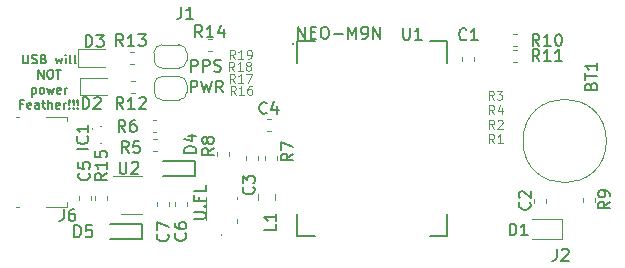
<source format=gbr>
G04 #@! TF.GenerationSoftware,KiCad,Pcbnew,(5.1.4)-1*
G04 #@! TF.CreationDate,2020-01-31T22:29:49-05:00*
G04 #@! TF.ProjectId,Feather-NEO-M9N-GPS,46656174-6865-4722-9d4e-454f2d4d394e,rev?*
G04 #@! TF.SameCoordinates,Original*
G04 #@! TF.FileFunction,Legend,Top*
G04 #@! TF.FilePolarity,Positive*
%FSLAX46Y46*%
G04 Gerber Fmt 4.6, Leading zero omitted, Abs format (unit mm)*
G04 Created by KiCad (PCBNEW (5.1.4)-1) date 2020-01-31 22:29:49*
%MOMM*%
%LPD*%
G04 APERTURE LIST*
%ADD10C,0.150000*%
%ADD11C,0.120000*%
%ADD12C,0.050000*%
%ADD13C,0.100000*%
%ADD14C,0.177800*%
%ADD15C,0.141418*%
G04 APERTURE END LIST*
D10*
X143569844Y-80685900D02*
X143569844Y-79685900D01*
X143950797Y-79685900D01*
X144046035Y-79733520D01*
X144093654Y-79781139D01*
X144141273Y-79876377D01*
X144141273Y-80019234D01*
X144093654Y-80114472D01*
X144046035Y-80162091D01*
X143950797Y-80209710D01*
X143569844Y-80209710D01*
X144569844Y-80685900D02*
X144569844Y-79685900D01*
X144950797Y-79685900D01*
X145046035Y-79733520D01*
X145093654Y-79781139D01*
X145141273Y-79876377D01*
X145141273Y-80019234D01*
X145093654Y-80114472D01*
X145046035Y-80162091D01*
X144950797Y-80209710D01*
X144569844Y-80209710D01*
X145522225Y-80638281D02*
X145665082Y-80685900D01*
X145903178Y-80685900D01*
X145998416Y-80638281D01*
X146046035Y-80590662D01*
X146093654Y-80495424D01*
X146093654Y-80400186D01*
X146046035Y-80304948D01*
X145998416Y-80257329D01*
X145903178Y-80209710D01*
X145712701Y-80162091D01*
X145617463Y-80114472D01*
X145569844Y-80066853D01*
X145522225Y-79971615D01*
X145522225Y-79876377D01*
X145569844Y-79781139D01*
X145617463Y-79733520D01*
X145712701Y-79685900D01*
X145950797Y-79685900D01*
X146093654Y-79733520D01*
X143535566Y-82443580D02*
X143535566Y-81443580D01*
X143916519Y-81443580D01*
X144011757Y-81491200D01*
X144059376Y-81538819D01*
X144106995Y-81634057D01*
X144106995Y-81776914D01*
X144059376Y-81872152D01*
X144011757Y-81919771D01*
X143916519Y-81967390D01*
X143535566Y-81967390D01*
X144440328Y-81443580D02*
X144678423Y-82443580D01*
X144868900Y-81729295D01*
X145059376Y-82443580D01*
X145297471Y-81443580D01*
X146249852Y-82443580D02*
X145916519Y-81967390D01*
X145678423Y-82443580D02*
X145678423Y-81443580D01*
X146059376Y-81443580D01*
X146154614Y-81491200D01*
X146202233Y-81538819D01*
X146249852Y-81634057D01*
X146249852Y-81776914D01*
X146202233Y-81872152D01*
X146154614Y-81919771D01*
X146059376Y-81967390D01*
X145678423Y-81967390D01*
X129337471Y-79248885D02*
X129337471Y-79856028D01*
X129373185Y-79927457D01*
X129408900Y-79963171D01*
X129480328Y-79998885D01*
X129623185Y-79998885D01*
X129694614Y-79963171D01*
X129730328Y-79927457D01*
X129766042Y-79856028D01*
X129766042Y-79248885D01*
X130087471Y-79963171D02*
X130194614Y-79998885D01*
X130373185Y-79998885D01*
X130444614Y-79963171D01*
X130480328Y-79927457D01*
X130516042Y-79856028D01*
X130516042Y-79784600D01*
X130480328Y-79713171D01*
X130444614Y-79677457D01*
X130373185Y-79641742D01*
X130230328Y-79606028D01*
X130158900Y-79570314D01*
X130123185Y-79534600D01*
X130087471Y-79463171D01*
X130087471Y-79391742D01*
X130123185Y-79320314D01*
X130158900Y-79284600D01*
X130230328Y-79248885D01*
X130408900Y-79248885D01*
X130516042Y-79284600D01*
X131087471Y-79606028D02*
X131194614Y-79641742D01*
X131230328Y-79677457D01*
X131266042Y-79748885D01*
X131266042Y-79856028D01*
X131230328Y-79927457D01*
X131194614Y-79963171D01*
X131123185Y-79998885D01*
X130837471Y-79998885D01*
X130837471Y-79248885D01*
X131087471Y-79248885D01*
X131158900Y-79284600D01*
X131194614Y-79320314D01*
X131230328Y-79391742D01*
X131230328Y-79463171D01*
X131194614Y-79534600D01*
X131158900Y-79570314D01*
X131087471Y-79606028D01*
X130837471Y-79606028D01*
X132087471Y-79498885D02*
X132230328Y-79998885D01*
X132373185Y-79641742D01*
X132516042Y-79998885D01*
X132658900Y-79498885D01*
X132944614Y-79998885D02*
X132944614Y-79498885D01*
X132944614Y-79248885D02*
X132908900Y-79284600D01*
X132944614Y-79320314D01*
X132980328Y-79284600D01*
X132944614Y-79248885D01*
X132944614Y-79320314D01*
X133408900Y-79998885D02*
X133337471Y-79963171D01*
X133301757Y-79891742D01*
X133301757Y-79248885D01*
X133801757Y-79998885D02*
X133730328Y-79963171D01*
X133694614Y-79891742D01*
X133694614Y-79248885D01*
X130641042Y-81273885D02*
X130641042Y-80523885D01*
X131069614Y-81273885D01*
X131069614Y-80523885D01*
X131569614Y-80523885D02*
X131712471Y-80523885D01*
X131783900Y-80559600D01*
X131855328Y-80631028D01*
X131891042Y-80773885D01*
X131891042Y-81023885D01*
X131855328Y-81166742D01*
X131783900Y-81238171D01*
X131712471Y-81273885D01*
X131569614Y-81273885D01*
X131498185Y-81238171D01*
X131426757Y-81166742D01*
X131391042Y-81023885D01*
X131391042Y-80773885D01*
X131426757Y-80631028D01*
X131498185Y-80559600D01*
X131569614Y-80523885D01*
X132105328Y-80523885D02*
X132533900Y-80523885D01*
X132319614Y-81273885D02*
X132319614Y-80523885D01*
X130087471Y-82048885D02*
X130087471Y-82798885D01*
X130087471Y-82084600D02*
X130158900Y-82048885D01*
X130301757Y-82048885D01*
X130373185Y-82084600D01*
X130408900Y-82120314D01*
X130444614Y-82191742D01*
X130444614Y-82406028D01*
X130408900Y-82477457D01*
X130373185Y-82513171D01*
X130301757Y-82548885D01*
X130158900Y-82548885D01*
X130087471Y-82513171D01*
X130873185Y-82548885D02*
X130801757Y-82513171D01*
X130766042Y-82477457D01*
X130730328Y-82406028D01*
X130730328Y-82191742D01*
X130766042Y-82120314D01*
X130801757Y-82084600D01*
X130873185Y-82048885D01*
X130980328Y-82048885D01*
X131051757Y-82084600D01*
X131087471Y-82120314D01*
X131123185Y-82191742D01*
X131123185Y-82406028D01*
X131087471Y-82477457D01*
X131051757Y-82513171D01*
X130980328Y-82548885D01*
X130873185Y-82548885D01*
X131373185Y-82048885D02*
X131516042Y-82548885D01*
X131658900Y-82191742D01*
X131801757Y-82548885D01*
X131944614Y-82048885D01*
X132516042Y-82513171D02*
X132444614Y-82548885D01*
X132301757Y-82548885D01*
X132230328Y-82513171D01*
X132194614Y-82441742D01*
X132194614Y-82156028D01*
X132230328Y-82084600D01*
X132301757Y-82048885D01*
X132444614Y-82048885D01*
X132516042Y-82084600D01*
X132551757Y-82156028D01*
X132551757Y-82227457D01*
X132194614Y-82298885D01*
X132873185Y-82548885D02*
X132873185Y-82048885D01*
X132873185Y-82191742D02*
X132908900Y-82120314D01*
X132944614Y-82084600D01*
X133016042Y-82048885D01*
X133087471Y-82048885D01*
X129337471Y-83431028D02*
X129087471Y-83431028D01*
X129087471Y-83823885D02*
X129087471Y-83073885D01*
X129444614Y-83073885D01*
X130016042Y-83788171D02*
X129944614Y-83823885D01*
X129801757Y-83823885D01*
X129730328Y-83788171D01*
X129694614Y-83716742D01*
X129694614Y-83431028D01*
X129730328Y-83359600D01*
X129801757Y-83323885D01*
X129944614Y-83323885D01*
X130016042Y-83359600D01*
X130051757Y-83431028D01*
X130051757Y-83502457D01*
X129694614Y-83573885D01*
X130694614Y-83823885D02*
X130694614Y-83431028D01*
X130658900Y-83359600D01*
X130587471Y-83323885D01*
X130444614Y-83323885D01*
X130373185Y-83359600D01*
X130694614Y-83788171D02*
X130623185Y-83823885D01*
X130444614Y-83823885D01*
X130373185Y-83788171D01*
X130337471Y-83716742D01*
X130337471Y-83645314D01*
X130373185Y-83573885D01*
X130444614Y-83538171D01*
X130623185Y-83538171D01*
X130694614Y-83502457D01*
X130944614Y-83323885D02*
X131230328Y-83323885D01*
X131051757Y-83073885D02*
X131051757Y-83716742D01*
X131087471Y-83788171D01*
X131158900Y-83823885D01*
X131230328Y-83823885D01*
X131480328Y-83823885D02*
X131480328Y-83073885D01*
X131801757Y-83823885D02*
X131801757Y-83431028D01*
X131766042Y-83359600D01*
X131694614Y-83323885D01*
X131587471Y-83323885D01*
X131516042Y-83359600D01*
X131480328Y-83395314D01*
X132444614Y-83788171D02*
X132373185Y-83823885D01*
X132230328Y-83823885D01*
X132158900Y-83788171D01*
X132123185Y-83716742D01*
X132123185Y-83431028D01*
X132158900Y-83359600D01*
X132230328Y-83323885D01*
X132373185Y-83323885D01*
X132444614Y-83359600D01*
X132480328Y-83431028D01*
X132480328Y-83502457D01*
X132123185Y-83573885D01*
X132801757Y-83823885D02*
X132801757Y-83323885D01*
X132801757Y-83466742D02*
X132837471Y-83395314D01*
X132873185Y-83359600D01*
X132944614Y-83323885D01*
X133016042Y-83323885D01*
X133266042Y-83752457D02*
X133301757Y-83788171D01*
X133266042Y-83823885D01*
X133230328Y-83788171D01*
X133266042Y-83752457D01*
X133266042Y-83823885D01*
X133266042Y-83538171D02*
X133230328Y-83109600D01*
X133266042Y-83073885D01*
X133301757Y-83109600D01*
X133266042Y-83538171D01*
X133266042Y-83073885D01*
X133623185Y-83752457D02*
X133658900Y-83788171D01*
X133623185Y-83823885D01*
X133587471Y-83788171D01*
X133623185Y-83752457D01*
X133623185Y-83823885D01*
X133623185Y-83538171D02*
X133587471Y-83109600D01*
X133623185Y-83073885D01*
X133658900Y-83109600D01*
X133623185Y-83538171D01*
X133623185Y-83073885D01*
X133980328Y-83752457D02*
X134016042Y-83788171D01*
X133980328Y-83823885D01*
X133944614Y-83788171D01*
X133980328Y-83752457D01*
X133980328Y-83823885D01*
X133980328Y-83538171D02*
X133944614Y-83109600D01*
X133980328Y-83073885D01*
X134016042Y-83109600D01*
X133980328Y-83538171D01*
X133980328Y-83073885D01*
D11*
X145036321Y-78945200D02*
X145361879Y-78945200D01*
X145036321Y-77925200D02*
X145361879Y-77925200D01*
D12*
X135215400Y-85529800D02*
G75*
G02X135165400Y-85529800I-25000J0D01*
G01*
X135165400Y-85529800D02*
G75*
G02X135215400Y-85529800I25000J0D01*
G01*
D13*
X135915400Y-86754800D02*
X135965400Y-86754800D01*
X135915400Y-85304800D02*
X135965400Y-85304800D01*
X135865400Y-86754800D02*
X135915400Y-86754800D01*
X135865400Y-85304800D02*
X135915400Y-85304800D01*
D12*
X135165400Y-85529800D02*
X135165400Y-85529800D01*
X135215400Y-85529800D02*
X135215400Y-85529800D01*
D10*
X139391800Y-93558600D02*
X136716800Y-93558600D01*
X139391800Y-94858600D02*
X136716800Y-94858600D01*
X139391800Y-94858600D02*
X139391800Y-93558600D01*
X143900300Y-88237300D02*
X141225300Y-88237300D01*
X143900300Y-89537300D02*
X141225300Y-89537300D01*
X143900300Y-89537300D02*
X143900300Y-88237300D01*
D13*
X146138900Y-94452800D02*
G75*
G03X146138900Y-94552800I0J-50000D01*
G01*
X146138900Y-94552800D02*
G75*
G03X146138900Y-94452800I0J50000D01*
G01*
X146138900Y-94552800D02*
X146138900Y-94552800D01*
X146138900Y-94452800D02*
X146138900Y-94452800D01*
X147438900Y-91502800D02*
X147438900Y-91300800D01*
X147438900Y-93195800D02*
X147438900Y-93502800D01*
X144838900Y-93252800D02*
X144838900Y-91300800D01*
D14*
X165252400Y-94597300D02*
X163782400Y-94597300D01*
X165252400Y-92747300D02*
X165252400Y-94597300D01*
X165252400Y-78097300D02*
X165252400Y-79947300D01*
X163782400Y-78097300D02*
X165252400Y-78097300D01*
X152552400Y-78097300D02*
X154022400Y-78097300D01*
X152552400Y-79947300D02*
X152552400Y-78097300D01*
X152552400Y-94597300D02*
X152552400Y-92747300D01*
X154022400Y-94597300D02*
X152552400Y-94597300D01*
D15*
X152273109Y-78347300D02*
G75*
G03X152273109Y-78347300I-70709J0D01*
G01*
D11*
X141708600Y-92072679D02*
X141708600Y-91747121D01*
X140688600Y-92072679D02*
X140688600Y-91747121D01*
X143245300Y-92072679D02*
X143245300Y-91747121D01*
X142225300Y-92072679D02*
X142225300Y-91747121D01*
X135053800Y-91551979D02*
X135053800Y-91226421D01*
X134033800Y-91551979D02*
X134033800Y-91226421D01*
X139406200Y-89563300D02*
X136956200Y-89563300D01*
X137606200Y-92783300D02*
X139406200Y-92783300D01*
X135443500Y-91201021D02*
X135443500Y-91526579D01*
X136463500Y-91201021D02*
X136463500Y-91526579D01*
X128707840Y-84510880D02*
X128967840Y-84510880D01*
X131247840Y-84510880D02*
X133017840Y-84510880D01*
X133017840Y-84510880D02*
X133017840Y-84890880D01*
X133017840Y-92130880D02*
X131247840Y-92130880D01*
X128967840Y-92130880D02*
X128707840Y-92130880D01*
X133017840Y-92130880D02*
X133017840Y-91750880D01*
X138394221Y-80050100D02*
X138719779Y-80050100D01*
X138394221Y-79030100D02*
X138719779Y-79030100D01*
X138457721Y-82475800D02*
X138783279Y-82475800D01*
X138457721Y-81455800D02*
X138783279Y-81455800D01*
X171140339Y-78847220D02*
X170814781Y-78847220D01*
X171140339Y-79867220D02*
X170814781Y-79867220D01*
X171140339Y-77480700D02*
X170814781Y-77480700D01*
X171140339Y-78500700D02*
X170814781Y-78500700D01*
X176741360Y-91422001D02*
X176741360Y-91747559D01*
X177761360Y-91422001D02*
X177761360Y-91747559D01*
X146788600Y-87843579D02*
X146788600Y-87518021D01*
X145768600Y-87843579D02*
X145768600Y-87518021D01*
X149819900Y-87873621D02*
X149819900Y-88199179D01*
X150839900Y-87873621D02*
X150839900Y-88199179D01*
X140627319Y-84813680D02*
X140301761Y-84813680D01*
X140627319Y-85833680D02*
X140301761Y-85833680D01*
X140650179Y-86370700D02*
X140324621Y-86370700D01*
X140650179Y-87390700D02*
X140324621Y-87390700D01*
X149971541Y-85752400D02*
X150297099Y-85752400D01*
X149971541Y-84732400D02*
X150297099Y-84732400D01*
X148219700Y-87822821D02*
X148219700Y-88148379D01*
X149239700Y-87822821D02*
X149239700Y-88148379D01*
X172626560Y-91447401D02*
X172626560Y-91772959D01*
X173646560Y-91447401D02*
X173646560Y-91772959D01*
X166469600Y-79453521D02*
X166469600Y-79779079D01*
X167489600Y-79453521D02*
X167489600Y-79779079D01*
X142508200Y-80400400D02*
X141108200Y-80400400D01*
X140408200Y-79700400D02*
X140408200Y-79100400D01*
X141108200Y-78400400D02*
X142508200Y-78400400D01*
X143208200Y-79100400D02*
X143208200Y-79700400D01*
X143208200Y-79700400D02*
G75*
G02X142508200Y-80400400I-700000J0D01*
G01*
X142508200Y-78400400D02*
G75*
G02X143208200Y-79100400I0J-700000D01*
G01*
X140408200Y-79100400D02*
G75*
G02X141108200Y-78400400I700000J0D01*
G01*
X141108200Y-80400400D02*
G75*
G02X140408200Y-79700400I0J700000D01*
G01*
X142520900Y-83092800D02*
X141120900Y-83092800D01*
X140420900Y-82392800D02*
X140420900Y-81792800D01*
X141120900Y-81092800D02*
X142520900Y-81092800D01*
X143220900Y-81792800D02*
X143220900Y-82392800D01*
X143220900Y-82392800D02*
G75*
G02X142520900Y-83092800I-700000J0D01*
G01*
X142520900Y-81092800D02*
G75*
G02X143220900Y-81792800I0J-700000D01*
G01*
X140420900Y-81792800D02*
G75*
G02X141120900Y-81092800I700000J0D01*
G01*
X141120900Y-83092800D02*
G75*
G02X140420900Y-82392800I0J700000D01*
G01*
X133983360Y-80259860D02*
X136268360Y-80259860D01*
X133983360Y-78789860D02*
X133983360Y-80259860D01*
X136268360Y-78789860D02*
X133983360Y-78789860D01*
X134117980Y-82700800D02*
X136402980Y-82700800D01*
X134117980Y-81230800D02*
X134117980Y-82700800D01*
X136402980Y-81230800D02*
X134117980Y-81230800D01*
X174941360Y-94873180D02*
X172391360Y-94873180D01*
X174941360Y-93173180D02*
X172391360Y-93173180D01*
X174941360Y-94873180D02*
X174941360Y-93173180D01*
X178723960Y-86559380D02*
G75*
G03X178723960Y-86559380I-3530000J0D01*
G01*
X150684300Y-91558878D02*
X150684300Y-91041722D01*
X149264300Y-91558878D02*
X149264300Y-91041722D01*
D10*
X144502902Y-77777600D02*
X144169569Y-77301410D01*
X143931474Y-77777600D02*
X143931474Y-76777600D01*
X144312426Y-76777600D01*
X144407664Y-76825220D01*
X144455283Y-76872839D01*
X144502902Y-76968077D01*
X144502902Y-77110934D01*
X144455283Y-77206172D01*
X144407664Y-77253791D01*
X144312426Y-77301410D01*
X143931474Y-77301410D01*
X145455283Y-77777600D02*
X144883855Y-77777600D01*
X145169569Y-77777600D02*
X145169569Y-76777600D01*
X145074331Y-76920458D01*
X144979093Y-77015696D01*
X144883855Y-77063315D01*
X146312426Y-77110934D02*
X146312426Y-77777600D01*
X146074331Y-76729981D02*
X145836236Y-77444267D01*
X146455283Y-77444267D01*
X134869180Y-87221890D02*
X133869180Y-87221890D01*
X134773942Y-86174271D02*
X134821561Y-86221890D01*
X134869180Y-86364747D01*
X134869180Y-86459985D01*
X134821561Y-86602842D01*
X134726323Y-86698080D01*
X134631085Y-86745700D01*
X134440609Y-86793319D01*
X134297752Y-86793319D01*
X134107276Y-86745700D01*
X134012038Y-86698080D01*
X133916800Y-86602842D01*
X133869180Y-86459985D01*
X133869180Y-86364747D01*
X133916800Y-86221890D01*
X133964419Y-86174271D01*
X134869180Y-85221890D02*
X134869180Y-85793319D01*
X134869180Y-85507604D02*
X133869180Y-85507604D01*
X134012038Y-85602842D01*
X134107276Y-85698080D01*
X134154895Y-85793319D01*
X142744866Y-75195180D02*
X142744866Y-75909466D01*
X142697247Y-76052323D01*
X142602009Y-76147561D01*
X142459152Y-76195180D01*
X142363914Y-76195180D01*
X143744866Y-76195180D02*
X143173438Y-76195180D01*
X143459152Y-76195180D02*
X143459152Y-75195180D01*
X143363914Y-75338038D01*
X143268676Y-75433276D01*
X143173438Y-75480895D01*
X174525346Y-95698060D02*
X174525346Y-96412346D01*
X174477727Y-96555203D01*
X174382489Y-96650441D01*
X174239632Y-96698060D01*
X174144394Y-96698060D01*
X174953918Y-95793299D02*
X175001537Y-95745680D01*
X175096775Y-95698060D01*
X175334870Y-95698060D01*
X175430108Y-95745680D01*
X175477727Y-95793299D01*
X175525346Y-95888537D01*
X175525346Y-95983775D01*
X175477727Y-96126632D01*
X174906299Y-96698060D01*
X175525346Y-96698060D01*
D11*
X147279817Y-79599985D02*
X147029817Y-79242842D01*
X146851245Y-79599985D02*
X146851245Y-78849985D01*
X147136960Y-78849985D01*
X147208388Y-78885700D01*
X147244102Y-78921414D01*
X147279817Y-78992842D01*
X147279817Y-79099985D01*
X147244102Y-79171414D01*
X147208388Y-79207128D01*
X147136960Y-79242842D01*
X146851245Y-79242842D01*
X147994102Y-79599985D02*
X147565531Y-79599985D01*
X147779817Y-79599985D02*
X147779817Y-78849985D01*
X147708388Y-78957128D01*
X147636960Y-79028557D01*
X147565531Y-79064271D01*
X148351245Y-79599985D02*
X148494102Y-79599985D01*
X148565531Y-79564271D01*
X148601245Y-79528557D01*
X148672674Y-79421414D01*
X148708388Y-79278557D01*
X148708388Y-78992842D01*
X148672674Y-78921414D01*
X148636960Y-78885700D01*
X148565531Y-78849985D01*
X148422674Y-78849985D01*
X148351245Y-78885700D01*
X148315531Y-78921414D01*
X148279817Y-78992842D01*
X148279817Y-79171414D01*
X148315531Y-79242842D01*
X148351245Y-79278557D01*
X148422674Y-79314271D01*
X148565531Y-79314271D01*
X148636960Y-79278557D01*
X148672674Y-79242842D01*
X148708388Y-79171414D01*
X169229500Y-85522417D02*
X168979500Y-85165274D01*
X168800928Y-85522417D02*
X168800928Y-84772417D01*
X169086642Y-84772417D01*
X169158071Y-84808132D01*
X169193785Y-84843846D01*
X169229500Y-84915274D01*
X169229500Y-85022417D01*
X169193785Y-85093846D01*
X169158071Y-85129560D01*
X169086642Y-85165274D01*
X168800928Y-85165274D01*
X169515214Y-84843846D02*
X169550928Y-84808132D01*
X169622357Y-84772417D01*
X169800928Y-84772417D01*
X169872357Y-84808132D01*
X169908071Y-84843846D01*
X169943785Y-84915274D01*
X169943785Y-84986703D01*
X169908071Y-85093846D01*
X169479500Y-85522417D01*
X169943785Y-85522417D01*
X169229500Y-86750085D02*
X168979500Y-86392942D01*
X168800928Y-86750085D02*
X168800928Y-86000085D01*
X169086642Y-86000085D01*
X169158071Y-86035800D01*
X169193785Y-86071514D01*
X169229500Y-86142942D01*
X169229500Y-86250085D01*
X169193785Y-86321514D01*
X169158071Y-86357228D01*
X169086642Y-86392942D01*
X168800928Y-86392942D01*
X169943785Y-86750085D02*
X169515214Y-86750085D01*
X169729500Y-86750085D02*
X169729500Y-86000085D01*
X169658071Y-86107228D01*
X169586642Y-86178657D01*
X169515214Y-86214371D01*
D10*
X133678704Y-94699080D02*
X133678704Y-93699080D01*
X133916800Y-93699080D01*
X134059657Y-93746700D01*
X134154895Y-93841938D01*
X134202514Y-93937176D01*
X134250133Y-94127652D01*
X134250133Y-94270509D01*
X134202514Y-94460985D01*
X134154895Y-94556223D01*
X134059657Y-94651461D01*
X133916800Y-94699080D01*
X133678704Y-94699080D01*
X135154895Y-93699080D02*
X134678704Y-93699080D01*
X134631085Y-94175271D01*
X134678704Y-94127652D01*
X134773942Y-94080033D01*
X135012038Y-94080033D01*
X135107276Y-94127652D01*
X135154895Y-94175271D01*
X135202514Y-94270509D01*
X135202514Y-94508604D01*
X135154895Y-94603842D01*
X135107276Y-94651461D01*
X135012038Y-94699080D01*
X134773942Y-94699080D01*
X134678704Y-94651461D01*
X134631085Y-94603842D01*
X143987780Y-87555295D02*
X142987780Y-87555295D01*
X142987780Y-87317200D01*
X143035400Y-87174342D01*
X143130638Y-87079104D01*
X143225876Y-87031485D01*
X143416352Y-86983866D01*
X143559209Y-86983866D01*
X143749685Y-87031485D01*
X143844923Y-87079104D01*
X143940161Y-87174342D01*
X143987780Y-87317200D01*
X143987780Y-87555295D01*
X143321114Y-86126723D02*
X143987780Y-86126723D01*
X142940161Y-86364819D02*
X143654447Y-86602914D01*
X143654447Y-85983866D01*
X143787880Y-93140042D02*
X144597404Y-93140042D01*
X144692642Y-93092423D01*
X144740261Y-93044804D01*
X144787880Y-92949566D01*
X144787880Y-92759090D01*
X144740261Y-92663852D01*
X144692642Y-92616233D01*
X144597404Y-92568614D01*
X143787880Y-92568614D01*
X144692642Y-92092423D02*
X144740261Y-92044804D01*
X144787880Y-92092423D01*
X144740261Y-92140042D01*
X144692642Y-92092423D01*
X144787880Y-92092423D01*
X144264071Y-91282900D02*
X144264071Y-91616233D01*
X144787880Y-91616233D02*
X143787880Y-91616233D01*
X143787880Y-91140042D01*
X144787880Y-90282900D02*
X144787880Y-90759090D01*
X143787880Y-90759090D01*
D11*
X147216317Y-80615985D02*
X146966317Y-80258842D01*
X146787745Y-80615985D02*
X146787745Y-79865985D01*
X147073460Y-79865985D01*
X147144888Y-79901700D01*
X147180602Y-79937414D01*
X147216317Y-80008842D01*
X147216317Y-80115985D01*
X147180602Y-80187414D01*
X147144888Y-80223128D01*
X147073460Y-80258842D01*
X146787745Y-80258842D01*
X147930602Y-80615985D02*
X147502031Y-80615985D01*
X147716317Y-80615985D02*
X147716317Y-79865985D01*
X147644888Y-79973128D01*
X147573460Y-80044557D01*
X147502031Y-80080271D01*
X148359174Y-80187414D02*
X148287745Y-80151700D01*
X148252031Y-80115985D01*
X148216317Y-80044557D01*
X148216317Y-80008842D01*
X148252031Y-79937414D01*
X148287745Y-79901700D01*
X148359174Y-79865985D01*
X148502031Y-79865985D01*
X148573460Y-79901700D01*
X148609174Y-79937414D01*
X148644888Y-80008842D01*
X148644888Y-80044557D01*
X148609174Y-80115985D01*
X148573460Y-80151700D01*
X148502031Y-80187414D01*
X148359174Y-80187414D01*
X148287745Y-80223128D01*
X148252031Y-80258842D01*
X148216317Y-80330271D01*
X148216317Y-80473128D01*
X148252031Y-80544557D01*
X148287745Y-80580271D01*
X148359174Y-80615985D01*
X148502031Y-80615985D01*
X148573460Y-80580271D01*
X148609174Y-80544557D01*
X148644888Y-80473128D01*
X148644888Y-80330271D01*
X148609174Y-80258842D01*
X148573460Y-80223128D01*
X148502031Y-80187414D01*
X147254417Y-81635885D02*
X147004417Y-81278742D01*
X146825845Y-81635885D02*
X146825845Y-80885885D01*
X147111560Y-80885885D01*
X147182988Y-80921600D01*
X147218702Y-80957314D01*
X147254417Y-81028742D01*
X147254417Y-81135885D01*
X147218702Y-81207314D01*
X147182988Y-81243028D01*
X147111560Y-81278742D01*
X146825845Y-81278742D01*
X147968702Y-81635885D02*
X147540131Y-81635885D01*
X147754417Y-81635885D02*
X147754417Y-80885885D01*
X147682988Y-80993028D01*
X147611560Y-81064457D01*
X147540131Y-81100171D01*
X148218702Y-80885885D02*
X148718702Y-80885885D01*
X148397274Y-81635885D01*
X147330617Y-82647985D02*
X147080617Y-82290842D01*
X146902045Y-82647985D02*
X146902045Y-81897985D01*
X147187760Y-81897985D01*
X147259188Y-81933700D01*
X147294902Y-81969414D01*
X147330617Y-82040842D01*
X147330617Y-82147985D01*
X147294902Y-82219414D01*
X147259188Y-82255128D01*
X147187760Y-82290842D01*
X146902045Y-82290842D01*
X148044902Y-82647985D02*
X147616331Y-82647985D01*
X147830617Y-82647985D02*
X147830617Y-81897985D01*
X147759188Y-82005128D01*
X147687760Y-82076557D01*
X147616331Y-82112271D01*
X148687760Y-81897985D02*
X148544902Y-81897985D01*
X148473474Y-81933700D01*
X148437760Y-81969414D01*
X148366331Y-82076557D01*
X148330617Y-82219414D01*
X148330617Y-82505128D01*
X148366331Y-82576557D01*
X148402045Y-82612271D01*
X148473474Y-82647985D01*
X148616331Y-82647985D01*
X148687760Y-82612271D01*
X148723474Y-82576557D01*
X148759188Y-82505128D01*
X148759188Y-82326557D01*
X148723474Y-82255128D01*
X148687760Y-82219414D01*
X148616331Y-82183700D01*
X148473474Y-82183700D01*
X148402045Y-82219414D01*
X148366331Y-82255128D01*
X148330617Y-82326557D01*
X169229500Y-84294751D02*
X168979500Y-83937608D01*
X168800928Y-84294751D02*
X168800928Y-83544751D01*
X169086642Y-83544751D01*
X169158071Y-83580466D01*
X169193785Y-83616180D01*
X169229500Y-83687608D01*
X169229500Y-83794751D01*
X169193785Y-83866180D01*
X169158071Y-83901894D01*
X169086642Y-83937608D01*
X168800928Y-83937608D01*
X169872357Y-83794751D02*
X169872357Y-84294751D01*
X169693785Y-83509037D02*
X169515214Y-84044751D01*
X169979500Y-84044751D01*
X169178700Y-83067085D02*
X168928700Y-82709942D01*
X168750128Y-83067085D02*
X168750128Y-82317085D01*
X169035842Y-82317085D01*
X169107271Y-82352800D01*
X169142985Y-82388514D01*
X169178700Y-82459942D01*
X169178700Y-82567085D01*
X169142985Y-82638514D01*
X169107271Y-82674228D01*
X169035842Y-82709942D01*
X168750128Y-82709942D01*
X169428700Y-82317085D02*
X169892985Y-82317085D01*
X169642985Y-82602800D01*
X169750128Y-82602800D01*
X169821557Y-82638514D01*
X169857271Y-82674228D01*
X169892985Y-82745657D01*
X169892985Y-82924228D01*
X169857271Y-82995657D01*
X169821557Y-83031371D01*
X169750128Y-83067085D01*
X169535842Y-83067085D01*
X169464414Y-83031371D01*
X169428700Y-82995657D01*
D10*
X161508535Y-76978260D02*
X161508535Y-77787784D01*
X161556154Y-77883022D01*
X161603773Y-77930641D01*
X161699011Y-77978260D01*
X161889487Y-77978260D01*
X161984725Y-77930641D01*
X162032344Y-77883022D01*
X162079963Y-77787784D01*
X162079963Y-76978260D01*
X163079963Y-77978260D02*
X162508535Y-77978260D01*
X162794249Y-77978260D02*
X162794249Y-76978260D01*
X162699011Y-77121118D01*
X162603773Y-77216356D01*
X162508535Y-77263975D01*
X152645859Y-77896980D02*
X152645859Y-76896980D01*
X153217287Y-77896980D01*
X153217287Y-76896980D01*
X153693478Y-77373171D02*
X154026811Y-77373171D01*
X154169668Y-77896980D02*
X153693478Y-77896980D01*
X153693478Y-76896980D01*
X154169668Y-76896980D01*
X154788716Y-76896980D02*
X154979192Y-76896980D01*
X155074430Y-76944600D01*
X155169668Y-77039838D01*
X155217287Y-77230314D01*
X155217287Y-77563647D01*
X155169668Y-77754123D01*
X155074430Y-77849361D01*
X154979192Y-77896980D01*
X154788716Y-77896980D01*
X154693478Y-77849361D01*
X154598240Y-77754123D01*
X154550620Y-77563647D01*
X154550620Y-77230314D01*
X154598240Y-77039838D01*
X154693478Y-76944600D01*
X154788716Y-76896980D01*
X155645859Y-77516028D02*
X156407763Y-77516028D01*
X156883954Y-77896980D02*
X156883954Y-76896980D01*
X157217287Y-77611266D01*
X157550620Y-76896980D01*
X157550620Y-77896980D01*
X158074430Y-77896980D02*
X158264906Y-77896980D01*
X158360144Y-77849361D01*
X158407763Y-77801742D01*
X158503001Y-77658885D01*
X158550620Y-77468409D01*
X158550620Y-77087457D01*
X158503001Y-76992219D01*
X158455382Y-76944600D01*
X158360144Y-76896980D01*
X158169668Y-76896980D01*
X158074430Y-76944600D01*
X158026811Y-76992219D01*
X157979192Y-77087457D01*
X157979192Y-77325552D01*
X158026811Y-77420790D01*
X158074430Y-77468409D01*
X158169668Y-77516028D01*
X158360144Y-77516028D01*
X158455382Y-77468409D01*
X158503001Y-77420790D01*
X158550620Y-77325552D01*
X158979192Y-77896980D02*
X158979192Y-76896980D01*
X159550620Y-77896980D01*
X159550620Y-76896980D01*
X141568442Y-94438766D02*
X141616061Y-94486385D01*
X141663680Y-94629242D01*
X141663680Y-94724480D01*
X141616061Y-94867338D01*
X141520823Y-94962576D01*
X141425585Y-95010195D01*
X141235109Y-95057814D01*
X141092252Y-95057814D01*
X140901776Y-95010195D01*
X140806538Y-94962576D01*
X140711300Y-94867338D01*
X140663680Y-94724480D01*
X140663680Y-94629242D01*
X140711300Y-94486385D01*
X140758919Y-94438766D01*
X140663680Y-94105433D02*
X140663680Y-93438766D01*
X141663680Y-93867338D01*
X143079742Y-94375266D02*
X143127361Y-94422885D01*
X143174980Y-94565742D01*
X143174980Y-94660980D01*
X143127361Y-94803838D01*
X143032123Y-94899076D01*
X142936885Y-94946695D01*
X142746409Y-94994314D01*
X142603552Y-94994314D01*
X142413076Y-94946695D01*
X142317838Y-94899076D01*
X142222600Y-94803838D01*
X142174980Y-94660980D01*
X142174980Y-94565742D01*
X142222600Y-94422885D01*
X142270219Y-94375266D01*
X142174980Y-93518123D02*
X142174980Y-93708600D01*
X142222600Y-93803838D01*
X142270219Y-93851457D01*
X142413076Y-93946695D01*
X142603552Y-93994314D01*
X142984504Y-93994314D01*
X143079742Y-93946695D01*
X143127361Y-93899076D01*
X143174980Y-93803838D01*
X143174980Y-93613361D01*
X143127361Y-93518123D01*
X143079742Y-93470504D01*
X142984504Y-93422885D01*
X142746409Y-93422885D01*
X142651171Y-93470504D01*
X142603552Y-93518123D01*
X142555933Y-93613361D01*
X142555933Y-93803838D01*
X142603552Y-93899076D01*
X142651171Y-93946695D01*
X142746409Y-93994314D01*
X134900942Y-89282566D02*
X134948561Y-89330185D01*
X134996180Y-89473042D01*
X134996180Y-89568280D01*
X134948561Y-89711138D01*
X134853323Y-89806376D01*
X134758085Y-89853995D01*
X134567609Y-89901614D01*
X134424752Y-89901614D01*
X134234276Y-89853995D01*
X134139038Y-89806376D01*
X134043800Y-89711138D01*
X133996180Y-89568280D01*
X133996180Y-89473042D01*
X134043800Y-89330185D01*
X134091419Y-89282566D01*
X133996180Y-88377804D02*
X133996180Y-88853995D01*
X134472371Y-88901614D01*
X134424752Y-88853995D01*
X134377133Y-88758757D01*
X134377133Y-88520661D01*
X134424752Y-88425423D01*
X134472371Y-88377804D01*
X134567609Y-88330185D01*
X134805704Y-88330185D01*
X134900942Y-88377804D01*
X134948561Y-88425423D01*
X134996180Y-88520661D01*
X134996180Y-88758757D01*
X134948561Y-88853995D01*
X134900942Y-88901614D01*
X137520775Y-88326980D02*
X137520775Y-89136504D01*
X137568394Y-89231742D01*
X137616013Y-89279361D01*
X137711251Y-89326980D01*
X137901727Y-89326980D01*
X137996965Y-89279361D01*
X138044584Y-89231742D01*
X138092203Y-89136504D01*
X138092203Y-88326980D01*
X138520775Y-88422219D02*
X138568394Y-88374600D01*
X138663632Y-88326980D01*
X138901727Y-88326980D01*
X138996965Y-88374600D01*
X139044584Y-88422219D01*
X139092203Y-88517457D01*
X139092203Y-88612695D01*
X139044584Y-88755552D01*
X138473156Y-89326980D01*
X139092203Y-89326980D01*
X136431280Y-89288857D02*
X135955090Y-89622190D01*
X136431280Y-89860285D02*
X135431280Y-89860285D01*
X135431280Y-89479333D01*
X135478900Y-89384095D01*
X135526519Y-89336476D01*
X135621757Y-89288857D01*
X135764614Y-89288857D01*
X135859852Y-89336476D01*
X135907471Y-89384095D01*
X135955090Y-89479333D01*
X135955090Y-89860285D01*
X136431280Y-88336476D02*
X136431280Y-88907904D01*
X136431280Y-88622190D02*
X135431280Y-88622190D01*
X135574138Y-88717428D01*
X135669376Y-88812666D01*
X135716995Y-88907904D01*
X135431280Y-87431714D02*
X135431280Y-87907904D01*
X135907471Y-87955523D01*
X135859852Y-87907904D01*
X135812233Y-87812666D01*
X135812233Y-87574571D01*
X135859852Y-87479333D01*
X135907471Y-87431714D01*
X136002709Y-87384095D01*
X136240804Y-87384095D01*
X136336042Y-87431714D01*
X136383661Y-87479333D01*
X136431280Y-87574571D01*
X136431280Y-87812666D01*
X136383661Y-87907904D01*
X136336042Y-87955523D01*
X132762666Y-92340180D02*
X132762666Y-93054466D01*
X132715047Y-93197323D01*
X132619809Y-93292561D01*
X132476952Y-93340180D01*
X132381714Y-93340180D01*
X133667428Y-92340180D02*
X133476952Y-92340180D01*
X133381714Y-92387800D01*
X133334095Y-92435419D01*
X133238857Y-92578276D01*
X133191238Y-92768752D01*
X133191238Y-93149704D01*
X133238857Y-93244942D01*
X133286476Y-93292561D01*
X133381714Y-93340180D01*
X133572190Y-93340180D01*
X133667428Y-93292561D01*
X133715047Y-93244942D01*
X133762666Y-93149704D01*
X133762666Y-92911609D01*
X133715047Y-92816371D01*
X133667428Y-92768752D01*
X133572190Y-92721133D01*
X133381714Y-92721133D01*
X133286476Y-92768752D01*
X133238857Y-92816371D01*
X133191238Y-92911609D01*
X137814922Y-78521820D02*
X137481589Y-78045630D01*
X137243494Y-78521820D02*
X137243494Y-77521820D01*
X137624446Y-77521820D01*
X137719684Y-77569440D01*
X137767303Y-77617059D01*
X137814922Y-77712297D01*
X137814922Y-77855154D01*
X137767303Y-77950392D01*
X137719684Y-77998011D01*
X137624446Y-78045630D01*
X137243494Y-78045630D01*
X138767303Y-78521820D02*
X138195875Y-78521820D01*
X138481589Y-78521820D02*
X138481589Y-77521820D01*
X138386351Y-77664678D01*
X138291113Y-77759916D01*
X138195875Y-77807535D01*
X139100637Y-77521820D02*
X139719684Y-77521820D01*
X139386351Y-77902773D01*
X139529208Y-77902773D01*
X139624446Y-77950392D01*
X139672065Y-77998011D01*
X139719684Y-78093249D01*
X139719684Y-78331344D01*
X139672065Y-78426582D01*
X139624446Y-78474201D01*
X139529208Y-78521820D01*
X139243494Y-78521820D01*
X139148256Y-78474201D01*
X139100637Y-78426582D01*
X137832862Y-83848200D02*
X137499529Y-83372010D01*
X137261434Y-83848200D02*
X137261434Y-82848200D01*
X137642386Y-82848200D01*
X137737624Y-82895820D01*
X137785243Y-82943439D01*
X137832862Y-83038677D01*
X137832862Y-83181534D01*
X137785243Y-83276772D01*
X137737624Y-83324391D01*
X137642386Y-83372010D01*
X137261434Y-83372010D01*
X138785243Y-83848200D02*
X138213815Y-83848200D01*
X138499529Y-83848200D02*
X138499529Y-82848200D01*
X138404291Y-82991058D01*
X138309053Y-83086296D01*
X138213815Y-83133915D01*
X139166196Y-82943439D02*
X139213815Y-82895820D01*
X139309053Y-82848200D01*
X139547148Y-82848200D01*
X139642386Y-82895820D01*
X139690005Y-82943439D01*
X139737624Y-83038677D01*
X139737624Y-83133915D01*
X139690005Y-83276772D01*
X139118577Y-83848200D01*
X139737624Y-83848200D01*
X173062662Y-79804520D02*
X172729329Y-79328330D01*
X172491234Y-79804520D02*
X172491234Y-78804520D01*
X172872186Y-78804520D01*
X172967424Y-78852140D01*
X173015043Y-78899759D01*
X173062662Y-78994997D01*
X173062662Y-79137854D01*
X173015043Y-79233092D01*
X172967424Y-79280711D01*
X172872186Y-79328330D01*
X172491234Y-79328330D01*
X174015043Y-79804520D02*
X173443615Y-79804520D01*
X173729329Y-79804520D02*
X173729329Y-78804520D01*
X173634091Y-78947378D01*
X173538853Y-79042616D01*
X173443615Y-79090235D01*
X174967424Y-79804520D02*
X174395996Y-79804520D01*
X174681710Y-79804520D02*
X174681710Y-78804520D01*
X174586472Y-78947378D01*
X174491234Y-79042616D01*
X174395996Y-79090235D01*
X173052502Y-78498960D02*
X172719169Y-78022770D01*
X172481074Y-78498960D02*
X172481074Y-77498960D01*
X172862026Y-77498960D01*
X172957264Y-77546580D01*
X173004883Y-77594199D01*
X173052502Y-77689437D01*
X173052502Y-77832294D01*
X173004883Y-77927532D01*
X172957264Y-77975151D01*
X172862026Y-78022770D01*
X172481074Y-78022770D01*
X174004883Y-78498960D02*
X173433455Y-78498960D01*
X173719169Y-78498960D02*
X173719169Y-77498960D01*
X173623931Y-77641818D01*
X173528693Y-77737056D01*
X173433455Y-77784675D01*
X174623931Y-77498960D02*
X174719169Y-77498960D01*
X174814407Y-77546580D01*
X174862026Y-77594199D01*
X174909645Y-77689437D01*
X174957264Y-77879913D01*
X174957264Y-78118008D01*
X174909645Y-78308484D01*
X174862026Y-78403722D01*
X174814407Y-78451341D01*
X174719169Y-78498960D01*
X174623931Y-78498960D01*
X174528693Y-78451341D01*
X174481074Y-78403722D01*
X174433455Y-78308484D01*
X174385836Y-78118008D01*
X174385836Y-77879913D01*
X174433455Y-77689437D01*
X174481074Y-77594199D01*
X174528693Y-77546580D01*
X174623931Y-77498960D01*
X179024540Y-91700646D02*
X178548350Y-92033980D01*
X179024540Y-92272075D02*
X178024540Y-92272075D01*
X178024540Y-91891122D01*
X178072160Y-91795884D01*
X178119779Y-91748265D01*
X178215017Y-91700646D01*
X178357874Y-91700646D01*
X178453112Y-91748265D01*
X178500731Y-91795884D01*
X178548350Y-91891122D01*
X178548350Y-92272075D01*
X179024540Y-91224456D02*
X179024540Y-91033980D01*
X178976921Y-90938741D01*
X178929302Y-90891122D01*
X178786445Y-90795884D01*
X178595969Y-90748265D01*
X178215017Y-90748265D01*
X178119779Y-90795884D01*
X178072160Y-90843503D01*
X178024540Y-90938741D01*
X178024540Y-91129218D01*
X178072160Y-91224456D01*
X178119779Y-91272075D01*
X178215017Y-91319694D01*
X178453112Y-91319694D01*
X178548350Y-91272075D01*
X178595969Y-91224456D01*
X178643588Y-91129218D01*
X178643588Y-90938741D01*
X178595969Y-90843503D01*
X178548350Y-90795884D01*
X178453112Y-90748265D01*
X145499080Y-87161666D02*
X145022890Y-87495000D01*
X145499080Y-87733095D02*
X144499080Y-87733095D01*
X144499080Y-87352142D01*
X144546700Y-87256904D01*
X144594319Y-87209285D01*
X144689557Y-87161666D01*
X144832414Y-87161666D01*
X144927652Y-87209285D01*
X144975271Y-87256904D01*
X145022890Y-87352142D01*
X145022890Y-87733095D01*
X144927652Y-86590238D02*
X144880033Y-86685476D01*
X144832414Y-86733095D01*
X144737176Y-86780714D01*
X144689557Y-86780714D01*
X144594319Y-86733095D01*
X144546700Y-86685476D01*
X144499080Y-86590238D01*
X144499080Y-86399761D01*
X144546700Y-86304523D01*
X144594319Y-86256904D01*
X144689557Y-86209285D01*
X144737176Y-86209285D01*
X144832414Y-86256904D01*
X144880033Y-86304523D01*
X144927652Y-86399761D01*
X144927652Y-86590238D01*
X144975271Y-86685476D01*
X145022890Y-86733095D01*
X145118128Y-86780714D01*
X145308604Y-86780714D01*
X145403842Y-86733095D01*
X145451461Y-86685476D01*
X145499080Y-86590238D01*
X145499080Y-86399761D01*
X145451461Y-86304523D01*
X145403842Y-86256904D01*
X145308604Y-86209285D01*
X145118128Y-86209285D01*
X145022890Y-86256904D01*
X144975271Y-86304523D01*
X144927652Y-86399761D01*
X152179280Y-87631566D02*
X151703090Y-87964900D01*
X152179280Y-88202995D02*
X151179280Y-88202995D01*
X151179280Y-87822042D01*
X151226900Y-87726804D01*
X151274519Y-87679185D01*
X151369757Y-87631566D01*
X151512614Y-87631566D01*
X151607852Y-87679185D01*
X151655471Y-87726804D01*
X151703090Y-87822042D01*
X151703090Y-88202995D01*
X151179280Y-87298233D02*
X151179280Y-86631566D01*
X152179280Y-87060138D01*
X137996633Y-85783680D02*
X137663300Y-85307490D01*
X137425204Y-85783680D02*
X137425204Y-84783680D01*
X137806157Y-84783680D01*
X137901395Y-84831300D01*
X137949014Y-84878919D01*
X137996633Y-84974157D01*
X137996633Y-85117014D01*
X137949014Y-85212252D01*
X137901395Y-85259871D01*
X137806157Y-85307490D01*
X137425204Y-85307490D01*
X138853776Y-84783680D02*
X138663300Y-84783680D01*
X138568061Y-84831300D01*
X138520442Y-84878919D01*
X138425204Y-85021776D01*
X138377585Y-85212252D01*
X138377585Y-85593204D01*
X138425204Y-85688442D01*
X138472823Y-85736061D01*
X138568061Y-85783680D01*
X138758538Y-85783680D01*
X138853776Y-85736061D01*
X138901395Y-85688442D01*
X138949014Y-85593204D01*
X138949014Y-85355109D01*
X138901395Y-85259871D01*
X138853776Y-85212252D01*
X138758538Y-85164633D01*
X138568061Y-85164633D01*
X138472823Y-85212252D01*
X138425204Y-85259871D01*
X138377585Y-85355109D01*
X138276033Y-87571840D02*
X137942700Y-87095650D01*
X137704604Y-87571840D02*
X137704604Y-86571840D01*
X138085557Y-86571840D01*
X138180795Y-86619460D01*
X138228414Y-86667079D01*
X138276033Y-86762317D01*
X138276033Y-86905174D01*
X138228414Y-87000412D01*
X138180795Y-87048031D01*
X138085557Y-87095650D01*
X137704604Y-87095650D01*
X139180795Y-86571840D02*
X138704604Y-86571840D01*
X138656985Y-87048031D01*
X138704604Y-87000412D01*
X138799842Y-86952793D01*
X139037938Y-86952793D01*
X139133176Y-87000412D01*
X139180795Y-87048031D01*
X139228414Y-87143269D01*
X139228414Y-87381364D01*
X139180795Y-87476602D01*
X139133176Y-87524221D01*
X139037938Y-87571840D01*
X138799842Y-87571840D01*
X138704604Y-87524221D01*
X138656985Y-87476602D01*
X149967653Y-84169542D02*
X149920034Y-84217161D01*
X149777177Y-84264780D01*
X149681939Y-84264780D01*
X149539081Y-84217161D01*
X149443843Y-84121923D01*
X149396224Y-84026685D01*
X149348605Y-83836209D01*
X149348605Y-83693352D01*
X149396224Y-83502876D01*
X149443843Y-83407638D01*
X149539081Y-83312400D01*
X149681939Y-83264780D01*
X149777177Y-83264780D01*
X149920034Y-83312400D01*
X149967653Y-83360019D01*
X150824796Y-83598114D02*
X150824796Y-84264780D01*
X150586700Y-83217161D02*
X150348605Y-83931447D01*
X150967653Y-83931447D01*
X148845542Y-90463666D02*
X148893161Y-90511285D01*
X148940780Y-90654142D01*
X148940780Y-90749380D01*
X148893161Y-90892238D01*
X148797923Y-90987476D01*
X148702685Y-91035095D01*
X148512209Y-91082714D01*
X148369352Y-91082714D01*
X148178876Y-91035095D01*
X148083638Y-90987476D01*
X147988400Y-90892238D01*
X147940780Y-90749380D01*
X147940780Y-90654142D01*
X147988400Y-90511285D01*
X148036019Y-90463666D01*
X147940780Y-90130333D02*
X147940780Y-89511285D01*
X148321733Y-89844619D01*
X148321733Y-89701761D01*
X148369352Y-89606523D01*
X148416971Y-89558904D01*
X148512209Y-89511285D01*
X148750304Y-89511285D01*
X148845542Y-89558904D01*
X148893161Y-89606523D01*
X148940780Y-89701761D01*
X148940780Y-89987476D01*
X148893161Y-90082714D01*
X148845542Y-90130333D01*
X172223702Y-91751446D02*
X172271321Y-91799065D01*
X172318940Y-91941922D01*
X172318940Y-92037160D01*
X172271321Y-92180018D01*
X172176083Y-92275256D01*
X172080845Y-92322875D01*
X171890369Y-92370494D01*
X171747512Y-92370494D01*
X171557036Y-92322875D01*
X171461798Y-92275256D01*
X171366560Y-92180018D01*
X171318940Y-92037160D01*
X171318940Y-91941922D01*
X171366560Y-91799065D01*
X171414179Y-91751446D01*
X171414179Y-91370494D02*
X171366560Y-91322875D01*
X171318940Y-91227637D01*
X171318940Y-90989541D01*
X171366560Y-90894303D01*
X171414179Y-90846684D01*
X171509417Y-90799065D01*
X171604655Y-90799065D01*
X171747512Y-90846684D01*
X172318940Y-91418113D01*
X172318940Y-90799065D01*
X166863733Y-77941442D02*
X166816114Y-77989061D01*
X166673257Y-78036680D01*
X166578019Y-78036680D01*
X166435161Y-77989061D01*
X166339923Y-77893823D01*
X166292304Y-77798585D01*
X166244685Y-77608109D01*
X166244685Y-77465252D01*
X166292304Y-77274776D01*
X166339923Y-77179538D01*
X166435161Y-77084300D01*
X166578019Y-77036680D01*
X166673257Y-77036680D01*
X166816114Y-77084300D01*
X166863733Y-77131919D01*
X167816114Y-78036680D02*
X167244685Y-78036680D01*
X167530400Y-78036680D02*
X167530400Y-77036680D01*
X167435161Y-77179538D01*
X167339923Y-77274776D01*
X167244685Y-77322395D01*
X134643904Y-78582780D02*
X134643904Y-77582780D01*
X134882000Y-77582780D01*
X135024857Y-77630400D01*
X135120095Y-77725638D01*
X135167714Y-77820876D01*
X135215333Y-78011352D01*
X135215333Y-78154209D01*
X135167714Y-78344685D01*
X135120095Y-78439923D01*
X135024857Y-78535161D01*
X134882000Y-78582780D01*
X134643904Y-78582780D01*
X135548666Y-77582780D02*
X136167714Y-77582780D01*
X135834380Y-77963733D01*
X135977238Y-77963733D01*
X136072476Y-78011352D01*
X136120095Y-78058971D01*
X136167714Y-78154209D01*
X136167714Y-78392304D01*
X136120095Y-78487542D01*
X136072476Y-78535161D01*
X135977238Y-78582780D01*
X135691523Y-78582780D01*
X135596285Y-78535161D01*
X135548666Y-78487542D01*
X134389904Y-83853280D02*
X134389904Y-82853280D01*
X134628000Y-82853280D01*
X134770857Y-82900900D01*
X134866095Y-82996138D01*
X134913714Y-83091376D01*
X134961333Y-83281852D01*
X134961333Y-83424709D01*
X134913714Y-83615185D01*
X134866095Y-83710423D01*
X134770857Y-83805661D01*
X134628000Y-83853280D01*
X134389904Y-83853280D01*
X135342285Y-82948519D02*
X135389904Y-82900900D01*
X135485142Y-82853280D01*
X135723238Y-82853280D01*
X135818476Y-82900900D01*
X135866095Y-82948519D01*
X135913714Y-83043757D01*
X135913714Y-83138995D01*
X135866095Y-83281852D01*
X135294666Y-83853280D01*
X135913714Y-83853280D01*
X170544264Y-94551760D02*
X170544264Y-93551760D01*
X170782360Y-93551760D01*
X170925217Y-93599380D01*
X171020455Y-93694618D01*
X171068074Y-93789856D01*
X171115693Y-93980332D01*
X171115693Y-94123189D01*
X171068074Y-94313665D01*
X171020455Y-94408903D01*
X170925217Y-94504141D01*
X170782360Y-94551760D01*
X170544264Y-94551760D01*
X172068074Y-94551760D02*
X171496645Y-94551760D01*
X171782360Y-94551760D02*
X171782360Y-93551760D01*
X171687121Y-93694618D01*
X171591883Y-93789856D01*
X171496645Y-93837475D01*
X177408531Y-81905694D02*
X177456150Y-81762837D01*
X177503769Y-81715218D01*
X177599007Y-81667599D01*
X177741864Y-81667599D01*
X177837102Y-81715218D01*
X177884721Y-81762837D01*
X177932340Y-81858075D01*
X177932340Y-82239027D01*
X176932340Y-82239027D01*
X176932340Y-81905694D01*
X176979960Y-81810456D01*
X177027579Y-81762837D01*
X177122817Y-81715218D01*
X177218055Y-81715218D01*
X177313293Y-81762837D01*
X177360912Y-81810456D01*
X177408531Y-81905694D01*
X177408531Y-82239027D01*
X176932340Y-81381884D02*
X176932340Y-80810456D01*
X177932340Y-81096170D02*
X176932340Y-81096170D01*
X177932340Y-79953313D02*
X177932340Y-80524741D01*
X177932340Y-80239027D02*
X176932340Y-80239027D01*
X177075198Y-80334265D01*
X177170436Y-80429503D01*
X177218055Y-80524741D01*
X150756880Y-93603106D02*
X150756880Y-94079297D01*
X149756880Y-94079297D01*
X150756880Y-92745963D02*
X150756880Y-93317392D01*
X150756880Y-93031678D02*
X149756880Y-93031678D01*
X149899738Y-93126916D01*
X149994976Y-93222154D01*
X150042595Y-93317392D01*
M02*

</source>
